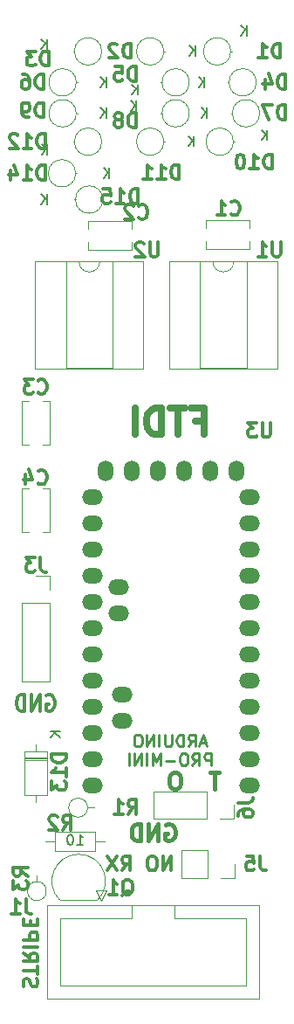
<source format=gbo>
%TF.GenerationSoftware,KiCad,Pcbnew,(6.0.1)*%
%TF.CreationDate,2022-11-12T11:03:44-05:00*%
%TF.ProjectId,ER-MIDI-CV4-02_DB,45522d4d-4944-4492-9d43-56342d30325f,1*%
%TF.SameCoordinates,Original*%
%TF.FileFunction,Legend,Bot*%
%TF.FilePolarity,Positive*%
%FSLAX46Y46*%
G04 Gerber Fmt 4.6, Leading zero omitted, Abs format (unit mm)*
G04 Created by KiCad (PCBNEW (6.0.1)) date 2022-11-12 11:03:44*
%MOMM*%
%LPD*%
G01*
G04 APERTURE LIST*
%ADD10C,0.396875*%
%ADD11C,0.285750*%
%ADD12C,0.635000*%
%ADD13C,0.349250*%
%ADD14C,0.150000*%
%ADD15C,0.120000*%
%ADD16O,2.000000X1.524000*%
%ADD17O,1.524000X2.000000*%
G04 APERTURE END LIST*
D10*
X121603444Y-110130654D02*
X120696302Y-110130654D01*
X121149873Y-111718154D02*
X121149873Y-110130654D01*
X117445706Y-110130654D02*
X117143325Y-110130654D01*
X116992135Y-110206250D01*
X116840944Y-110357440D01*
X116765349Y-110659821D01*
X116765349Y-111188988D01*
X116840944Y-111491369D01*
X116992135Y-111642559D01*
X117143325Y-111718154D01*
X117445706Y-111718154D01*
X117596897Y-111642559D01*
X117748087Y-111491369D01*
X117823683Y-111188988D01*
X117823683Y-110659821D01*
X117748087Y-110357440D01*
X117596897Y-110206250D01*
X117445706Y-110130654D01*
D11*
X120283428Y-107270385D02*
X119739142Y-107270385D01*
X120392285Y-107596956D02*
X120011285Y-106453956D01*
X119630285Y-107596956D01*
X118596142Y-107596956D02*
X118977142Y-107052670D01*
X119249285Y-107596956D02*
X119249285Y-106453956D01*
X118813857Y-106453956D01*
X118705000Y-106508385D01*
X118650571Y-106562813D01*
X118596142Y-106671670D01*
X118596142Y-106834956D01*
X118650571Y-106943813D01*
X118705000Y-106998242D01*
X118813857Y-107052670D01*
X119249285Y-107052670D01*
X118106285Y-107596956D02*
X118106285Y-106453956D01*
X117834142Y-106453956D01*
X117670857Y-106508385D01*
X117562000Y-106617242D01*
X117507571Y-106726099D01*
X117453142Y-106943813D01*
X117453142Y-107107099D01*
X117507571Y-107324813D01*
X117562000Y-107433670D01*
X117670857Y-107542527D01*
X117834142Y-107596956D01*
X118106285Y-107596956D01*
X116963285Y-106453956D02*
X116963285Y-107379242D01*
X116908857Y-107488099D01*
X116854428Y-107542527D01*
X116745571Y-107596956D01*
X116527857Y-107596956D01*
X116419000Y-107542527D01*
X116364571Y-107488099D01*
X116310142Y-107379242D01*
X116310142Y-106453956D01*
X115765857Y-107596956D02*
X115765857Y-106453956D01*
X115221571Y-107596956D02*
X115221571Y-106453956D01*
X114568428Y-107596956D01*
X114568428Y-106453956D01*
X113806428Y-106453956D02*
X113588714Y-106453956D01*
X113479857Y-106508385D01*
X113371000Y-106617242D01*
X113316571Y-106834956D01*
X113316571Y-107215956D01*
X113371000Y-107433670D01*
X113479857Y-107542527D01*
X113588714Y-107596956D01*
X113806428Y-107596956D01*
X113915285Y-107542527D01*
X114024142Y-107433670D01*
X114078571Y-107215956D01*
X114078571Y-106834956D01*
X114024142Y-106617242D01*
X113915285Y-106508385D01*
X113806428Y-106453956D01*
X120773285Y-109437186D02*
X120773285Y-108294186D01*
X120337857Y-108294186D01*
X120229000Y-108348615D01*
X120174571Y-108403043D01*
X120120142Y-108511900D01*
X120120142Y-108675186D01*
X120174571Y-108784043D01*
X120229000Y-108838472D01*
X120337857Y-108892900D01*
X120773285Y-108892900D01*
X118977142Y-109437186D02*
X119358142Y-108892900D01*
X119630285Y-109437186D02*
X119630285Y-108294186D01*
X119194857Y-108294186D01*
X119086000Y-108348615D01*
X119031571Y-108403043D01*
X118977142Y-108511900D01*
X118977142Y-108675186D01*
X119031571Y-108784043D01*
X119086000Y-108838472D01*
X119194857Y-108892900D01*
X119630285Y-108892900D01*
X118269571Y-108294186D02*
X118051857Y-108294186D01*
X117943000Y-108348615D01*
X117834142Y-108457472D01*
X117779714Y-108675186D01*
X117779714Y-109056186D01*
X117834142Y-109273900D01*
X117943000Y-109382757D01*
X118051857Y-109437186D01*
X118269571Y-109437186D01*
X118378428Y-109382757D01*
X118487285Y-109273900D01*
X118541714Y-109056186D01*
X118541714Y-108675186D01*
X118487285Y-108457472D01*
X118378428Y-108348615D01*
X118269571Y-108294186D01*
X117289857Y-109001757D02*
X116419000Y-109001757D01*
X115874714Y-109437186D02*
X115874714Y-108294186D01*
X115493714Y-109110615D01*
X115112714Y-108294186D01*
X115112714Y-109437186D01*
X114568428Y-109437186D02*
X114568428Y-108294186D01*
X114024142Y-109437186D02*
X114024142Y-108294186D01*
X113371000Y-109437186D01*
X113371000Y-108294186D01*
X112826714Y-109437186D02*
X112826714Y-108294186D01*
D12*
X119254523Y-76049571D02*
X120101190Y-76049571D01*
X120101190Y-77380047D02*
X120101190Y-74840047D01*
X118891666Y-74840047D01*
X118286904Y-74840047D02*
X116835476Y-74840047D01*
X117561190Y-77380047D02*
X117561190Y-74840047D01*
X115988809Y-77380047D02*
X115988809Y-74840047D01*
X115384047Y-74840047D01*
X115021190Y-74961000D01*
X114779285Y-75202904D01*
X114658333Y-75444809D01*
X114537380Y-75928619D01*
X114537380Y-76291476D01*
X114658333Y-76775285D01*
X114779285Y-77017190D01*
X115021190Y-77259095D01*
X115384047Y-77380047D01*
X115988809Y-77380047D01*
X113448809Y-77380047D02*
X113448809Y-74840047D01*
D13*
X104839380Y-102693600D02*
X104972428Y-102618609D01*
X105172000Y-102618609D01*
X105371571Y-102693600D01*
X105504619Y-102843580D01*
X105571142Y-102993561D01*
X105637666Y-103293523D01*
X105637666Y-103518495D01*
X105571142Y-103818457D01*
X105504619Y-103968438D01*
X105371571Y-104118419D01*
X105172000Y-104193409D01*
X105038952Y-104193409D01*
X104839380Y-104118419D01*
X104772857Y-104043428D01*
X104772857Y-103518495D01*
X105038952Y-103518495D01*
X104174142Y-104193409D02*
X104174142Y-102618609D01*
X103375857Y-104193409D01*
X103375857Y-102618609D01*
X102710619Y-104193409D02*
X102710619Y-102618609D01*
X102378000Y-102618609D01*
X102178428Y-102693600D01*
X102045380Y-102843580D01*
X101978857Y-102993561D01*
X101912333Y-103293523D01*
X101912333Y-103518495D01*
X101978857Y-103818457D01*
X102045380Y-103968438D01*
X102178428Y-104118419D01*
X102378000Y-104193409D01*
X102710619Y-104193409D01*
X116940368Y-119631976D02*
X116940368Y-118234976D01*
X116142082Y-119631976D01*
X116142082Y-118234976D01*
X115210749Y-118234976D02*
X114944654Y-118234976D01*
X114811606Y-118301500D01*
X114678558Y-118434547D01*
X114612035Y-118700642D01*
X114612035Y-119166309D01*
X114678558Y-119432404D01*
X114811606Y-119565452D01*
X114944654Y-119631976D01*
X115210749Y-119631976D01*
X115343797Y-119565452D01*
X115476844Y-119432404D01*
X115543368Y-119166309D01*
X115543368Y-118700642D01*
X115476844Y-118434547D01*
X115343797Y-118301500D01*
X115210749Y-118234976D01*
X112150654Y-119631976D02*
X112616320Y-118966738D01*
X112948939Y-119631976D02*
X112948939Y-118234976D01*
X112416749Y-118234976D01*
X112283701Y-118301500D01*
X112217177Y-118368023D01*
X112150654Y-118501071D01*
X112150654Y-118700642D01*
X112217177Y-118833690D01*
X112283701Y-118900214D01*
X112416749Y-118966738D01*
X112948939Y-118966738D01*
X111684987Y-118234976D02*
X110753654Y-119631976D01*
X110753654Y-118234976D02*
X111684987Y-119631976D01*
X102634544Y-130892927D02*
X102568020Y-130693356D01*
X102568020Y-130360737D01*
X102634544Y-130227689D01*
X102701068Y-130161165D01*
X102834116Y-130094641D01*
X102967163Y-130094641D01*
X103100211Y-130161165D01*
X103166735Y-130227689D01*
X103233258Y-130360737D01*
X103299782Y-130626832D01*
X103366306Y-130759879D01*
X103432830Y-130826403D01*
X103565877Y-130892927D01*
X103698925Y-130892927D01*
X103831973Y-130826403D01*
X103898497Y-130759879D01*
X103965020Y-130626832D01*
X103965020Y-130294213D01*
X103898497Y-130094641D01*
X103965020Y-129695499D02*
X103965020Y-128897213D01*
X102568020Y-129296356D02*
X103965020Y-129296356D01*
X102568020Y-127633260D02*
X103233258Y-128098927D01*
X102568020Y-128431546D02*
X103965020Y-128431546D01*
X103965020Y-127899356D01*
X103898497Y-127766308D01*
X103831973Y-127699784D01*
X103698925Y-127633260D01*
X103499354Y-127633260D01*
X103366306Y-127699784D01*
X103299782Y-127766308D01*
X103233258Y-127899356D01*
X103233258Y-128431546D01*
X102568020Y-127034546D02*
X103965020Y-127034546D01*
X102568020Y-126369308D02*
X103965020Y-126369308D01*
X103965020Y-125837118D01*
X103898497Y-125704070D01*
X103831973Y-125637546D01*
X103698925Y-125571022D01*
X103499354Y-125571022D01*
X103366306Y-125637546D01*
X103299782Y-125704070D01*
X103233258Y-125837118D01*
X103233258Y-126369308D01*
X103299782Y-124972308D02*
X103299782Y-124506641D01*
X102568020Y-124307070D02*
X102568020Y-124972308D01*
X103965020Y-124972308D01*
X103965020Y-124307070D01*
D10*
X116386540Y-115206250D02*
X116537730Y-115130654D01*
X116764516Y-115130654D01*
X116991302Y-115206250D01*
X117142492Y-115357440D01*
X117218087Y-115508630D01*
X117293683Y-115811011D01*
X117293683Y-116037797D01*
X117218087Y-116340178D01*
X117142492Y-116491369D01*
X116991302Y-116642559D01*
X116764516Y-116718154D01*
X116613325Y-116718154D01*
X116386540Y-116642559D01*
X116310944Y-116566964D01*
X116310944Y-116037797D01*
X116613325Y-116037797D01*
X115630587Y-116718154D02*
X115630587Y-115130654D01*
X114723444Y-116718154D01*
X114723444Y-115130654D01*
X113967492Y-116718154D02*
X113967492Y-115130654D01*
X113589516Y-115130654D01*
X113362730Y-115206250D01*
X113211540Y-115357440D01*
X113135944Y-115508630D01*
X113060349Y-115811011D01*
X113060349Y-116037797D01*
X113135944Y-116340178D01*
X113211540Y-116491369D01*
X113362730Y-116642559D01*
X113589516Y-116718154D01*
X113967492Y-116718154D01*
D13*
%TO.C,J6*%
X123440976Y-113072333D02*
X124438833Y-113072333D01*
X124638404Y-113005809D01*
X124771452Y-112872761D01*
X124837976Y-112673190D01*
X124837976Y-112540142D01*
X123440976Y-114336285D02*
X123440976Y-114070190D01*
X123507500Y-113937142D01*
X123574023Y-113870619D01*
X123773595Y-113737571D01*
X124039690Y-113671047D01*
X124571880Y-113671047D01*
X124704928Y-113737571D01*
X124771452Y-113804095D01*
X124837976Y-113937142D01*
X124837976Y-114203238D01*
X124771452Y-114336285D01*
X124704928Y-114402809D01*
X124571880Y-114469333D01*
X124239261Y-114469333D01*
X124106214Y-114402809D01*
X124039690Y-114336285D01*
X123973166Y-114203238D01*
X123973166Y-113937142D01*
X124039690Y-113804095D01*
X124106214Y-113737571D01*
X124239261Y-113671047D01*
%TO.C,D8*%
X113531119Y-47631984D02*
X113531119Y-46234984D01*
X113198500Y-46234984D01*
X112998928Y-46301508D01*
X112865880Y-46434555D01*
X112799357Y-46567603D01*
X112732833Y-46833698D01*
X112732833Y-47033269D01*
X112799357Y-47299365D01*
X112865880Y-47432412D01*
X112998928Y-47565460D01*
X113198500Y-47631984D01*
X113531119Y-47631984D01*
X111934547Y-46833698D02*
X112067595Y-46767174D01*
X112134119Y-46700650D01*
X112200642Y-46567603D01*
X112200642Y-46501079D01*
X112134119Y-46368031D01*
X112067595Y-46301508D01*
X111934547Y-46234984D01*
X111668452Y-46234984D01*
X111535404Y-46301508D01*
X111468880Y-46368031D01*
X111402357Y-46501079D01*
X111402357Y-46567603D01*
X111468880Y-46700650D01*
X111535404Y-46767174D01*
X111668452Y-46833698D01*
X111934547Y-46833698D01*
X112067595Y-46900222D01*
X112134119Y-46966746D01*
X112200642Y-47099793D01*
X112200642Y-47365888D01*
X112134119Y-47498936D01*
X112067595Y-47565460D01*
X111934547Y-47631984D01*
X111668452Y-47631984D01*
X111535404Y-47565460D01*
X111468880Y-47498936D01*
X111402357Y-47365888D01*
X111402357Y-47099793D01*
X111468880Y-46966746D01*
X111535404Y-46900222D01*
X111668452Y-46833698D01*
D14*
X113545904Y-46045380D02*
X113545904Y-45045380D01*
X112974476Y-46045380D02*
X113403047Y-45473952D01*
X112974476Y-45045380D02*
X113545904Y-45616809D01*
D13*
%TO.C,R1*%
X112754833Y-114169976D02*
X113220500Y-113504738D01*
X113553119Y-114169976D02*
X113553119Y-112772976D01*
X113020928Y-112772976D01*
X112887880Y-112839500D01*
X112821357Y-112906023D01*
X112754833Y-113039071D01*
X112754833Y-113238642D01*
X112821357Y-113371690D01*
X112887880Y-113438214D01*
X113020928Y-113504738D01*
X113553119Y-113504738D01*
X111424357Y-114169976D02*
X112222642Y-114169976D01*
X111823500Y-114169976D02*
X111823500Y-112772976D01*
X111956547Y-112972547D01*
X112089595Y-113105595D01*
X112222642Y-113172119D01*
%TO.C,J5*%
X125565666Y-118234976D02*
X125565666Y-119232833D01*
X125632190Y-119432404D01*
X125765238Y-119565452D01*
X125964809Y-119631976D01*
X126097857Y-119631976D01*
X124235190Y-118234976D02*
X124900428Y-118234976D01*
X124966952Y-118900214D01*
X124900428Y-118833690D01*
X124767380Y-118767166D01*
X124434761Y-118767166D01*
X124301714Y-118833690D01*
X124235190Y-118900214D01*
X124168666Y-119033261D01*
X124168666Y-119365880D01*
X124235190Y-119498928D01*
X124301714Y-119565452D01*
X124434761Y-119631976D01*
X124767380Y-119631976D01*
X124900428Y-119565452D01*
X124966952Y-119498928D01*
%TO.C,D3*%
X105031119Y-41631970D02*
X105031119Y-40234970D01*
X104698500Y-40234970D01*
X104498928Y-40301494D01*
X104365880Y-40434541D01*
X104299357Y-40567589D01*
X104232833Y-40833684D01*
X104232833Y-41033255D01*
X104299357Y-41299351D01*
X104365880Y-41432398D01*
X104498928Y-41565446D01*
X104698500Y-41631970D01*
X105031119Y-41631970D01*
X103767166Y-40234970D02*
X102902357Y-40234970D01*
X103368023Y-40767160D01*
X103168452Y-40767160D01*
X103035404Y-40833684D01*
X102968880Y-40900208D01*
X102902357Y-41033255D01*
X102902357Y-41365874D01*
X102968880Y-41498922D01*
X103035404Y-41565446D01*
X103168452Y-41631970D01*
X103567595Y-41631970D01*
X103700642Y-41565446D01*
X103767166Y-41498922D01*
D14*
X104861904Y-40052380D02*
X104861904Y-39052380D01*
X104290476Y-40052380D02*
X104719047Y-39480952D01*
X104290476Y-39052380D02*
X104861904Y-39623809D01*
D13*
%TO.C,C1*%
X122732833Y-55998928D02*
X122799357Y-56065452D01*
X122998928Y-56131976D01*
X123131976Y-56131976D01*
X123331547Y-56065452D01*
X123464595Y-55932404D01*
X123531119Y-55799357D01*
X123597642Y-55533261D01*
X123597642Y-55333690D01*
X123531119Y-55067595D01*
X123464595Y-54934547D01*
X123331547Y-54801500D01*
X123131976Y-54734976D01*
X122998928Y-54734976D01*
X122799357Y-54801500D01*
X122732833Y-54868023D01*
X121402357Y-56131976D02*
X122200642Y-56131976D01*
X121801500Y-56131976D02*
X121801500Y-54734976D01*
X121934547Y-54934547D01*
X122067595Y-55067595D01*
X122200642Y-55134119D01*
%TO.C,R3*%
X102993976Y-120153166D02*
X102328738Y-119687500D01*
X102993976Y-119354880D02*
X101596976Y-119354880D01*
X101596976Y-119887071D01*
X101663500Y-120020119D01*
X101730023Y-120086642D01*
X101863071Y-120153166D01*
X102062642Y-120153166D01*
X102195690Y-120086642D01*
X102262214Y-120020119D01*
X102328738Y-119887071D01*
X102328738Y-119354880D01*
X101596976Y-120618833D02*
X101596976Y-121483642D01*
X102129166Y-121017976D01*
X102129166Y-121217547D01*
X102195690Y-121350595D01*
X102262214Y-121417119D01*
X102395261Y-121483642D01*
X102727880Y-121483642D01*
X102860928Y-121417119D01*
X102927452Y-121350595D01*
X102993976Y-121217547D01*
X102993976Y-120818404D01*
X102927452Y-120685357D01*
X102860928Y-120618833D01*
%TO.C,D12*%
X104696357Y-49631976D02*
X104696357Y-48234976D01*
X104363738Y-48234976D01*
X104164166Y-48301500D01*
X104031119Y-48434547D01*
X103964595Y-48567595D01*
X103898071Y-48833690D01*
X103898071Y-49033261D01*
X103964595Y-49299357D01*
X104031119Y-49432404D01*
X104164166Y-49565452D01*
X104363738Y-49631976D01*
X104696357Y-49631976D01*
X102567595Y-49631976D02*
X103365880Y-49631976D01*
X102966738Y-49631976D02*
X102966738Y-48234976D01*
X103099785Y-48434547D01*
X103232833Y-48567595D01*
X103365880Y-48634119D01*
X102035404Y-48368023D02*
X101968880Y-48301500D01*
X101835833Y-48234976D01*
X101503214Y-48234976D01*
X101370166Y-48301500D01*
X101303642Y-48368023D01*
X101237119Y-48501071D01*
X101237119Y-48634119D01*
X101303642Y-48833690D01*
X102101928Y-49631976D01*
X101237119Y-49631976D01*
D14*
X104909904Y-50236380D02*
X104909904Y-49236380D01*
X104338476Y-50236380D02*
X104767047Y-49664952D01*
X104338476Y-49236380D02*
X104909904Y-49807809D01*
D13*
%TO.C,U1*%
X127564380Y-58734976D02*
X127564380Y-59865880D01*
X127497857Y-59998928D01*
X127431333Y-60065452D01*
X127298285Y-60131976D01*
X127032190Y-60131976D01*
X126899142Y-60065452D01*
X126832619Y-59998928D01*
X126766095Y-59865880D01*
X126766095Y-58734976D01*
X125369095Y-60131976D02*
X126167380Y-60131976D01*
X125768238Y-60131976D02*
X125768238Y-58734976D01*
X125901285Y-58934547D01*
X126034333Y-59067595D01*
X126167380Y-59134119D01*
%TO.C,C4*%
X104007835Y-82074940D02*
X104074359Y-82141464D01*
X104273930Y-82207988D01*
X104406978Y-82207988D01*
X104606549Y-82141464D01*
X104739597Y-82008416D01*
X104806121Y-81875369D01*
X104872644Y-81609273D01*
X104872644Y-81409702D01*
X104806121Y-81143607D01*
X104739597Y-81010559D01*
X104606549Y-80877512D01*
X104406978Y-80810988D01*
X104273930Y-80810988D01*
X104074359Y-80877512D01*
X104007835Y-80944035D01*
X102810406Y-81276654D02*
X102810406Y-82207988D01*
X103143025Y-80744464D02*
X103475644Y-81742321D01*
X102610835Y-81742321D01*
%TO.C,U2*%
X115664379Y-58734976D02*
X115664379Y-59865880D01*
X115597856Y-59998928D01*
X115531332Y-60065452D01*
X115398284Y-60131976D01*
X115132189Y-60131976D01*
X114999141Y-60065452D01*
X114932618Y-59998928D01*
X114866094Y-59865880D01*
X114866094Y-58734976D01*
X114267379Y-58868023D02*
X114200856Y-58801500D01*
X114067808Y-58734976D01*
X113735189Y-58734976D01*
X113602141Y-58801500D01*
X113535618Y-58868023D01*
X113469094Y-59001071D01*
X113469094Y-59134119D01*
X113535618Y-59333690D01*
X114333903Y-60131976D01*
X113469094Y-60131976D01*
%TO.C,D5*%
X113531119Y-43131976D02*
X113531119Y-41734976D01*
X113198500Y-41734976D01*
X112998928Y-41801500D01*
X112865880Y-41934547D01*
X112799357Y-42067595D01*
X112732833Y-42333690D01*
X112732833Y-42533261D01*
X112799357Y-42799357D01*
X112865880Y-42932404D01*
X112998928Y-43065452D01*
X113198500Y-43131976D01*
X113531119Y-43131976D01*
X111468880Y-41734976D02*
X112134119Y-41734976D01*
X112200642Y-42400214D01*
X112134119Y-42333690D01*
X112001071Y-42267166D01*
X111668452Y-42267166D01*
X111535404Y-42333690D01*
X111468880Y-42400214D01*
X111402357Y-42533261D01*
X111402357Y-42865880D01*
X111468880Y-42998928D01*
X111535404Y-43065452D01*
X111668452Y-43131976D01*
X112001071Y-43131976D01*
X112134119Y-43065452D01*
X112200642Y-42998928D01*
D14*
X113672904Y-44452380D02*
X113672904Y-43452380D01*
X113101476Y-44452380D02*
X113530047Y-43880952D01*
X113101476Y-43452380D02*
X113672904Y-44023809D01*
D13*
%TO.C,D15*%
X113710357Y-54987976D02*
X113710357Y-53590976D01*
X113377738Y-53590976D01*
X113178166Y-53657500D01*
X113045119Y-53790547D01*
X112978595Y-53923595D01*
X112912071Y-54189690D01*
X112912071Y-54389261D01*
X112978595Y-54655357D01*
X113045119Y-54788404D01*
X113178166Y-54921452D01*
X113377738Y-54987976D01*
X113710357Y-54987976D01*
X111581595Y-54987976D02*
X112379880Y-54987976D01*
X111980738Y-54987976D02*
X111980738Y-53590976D01*
X112113785Y-53790547D01*
X112246833Y-53923595D01*
X112379880Y-53990119D01*
X110317642Y-53590976D02*
X110982880Y-53590976D01*
X111049404Y-54256214D01*
X110982880Y-54189690D01*
X110849833Y-54123166D01*
X110517214Y-54123166D01*
X110384166Y-54189690D01*
X110317642Y-54256214D01*
X110251119Y-54389261D01*
X110251119Y-54721880D01*
X110317642Y-54854928D01*
X110384166Y-54921452D01*
X110517214Y-54987976D01*
X110849833Y-54987976D01*
X110982880Y-54921452D01*
X111049404Y-54854928D01*
D14*
X104887904Y-55062380D02*
X104887904Y-54062380D01*
X104316476Y-55062380D02*
X104745047Y-54490952D01*
X104316476Y-54062380D02*
X104887904Y-54633809D01*
D13*
%TO.C,D14*%
X104696357Y-52701976D02*
X104696357Y-51304976D01*
X104363738Y-51304976D01*
X104164166Y-51371500D01*
X104031119Y-51504547D01*
X103964595Y-51637595D01*
X103898071Y-51903690D01*
X103898071Y-52103261D01*
X103964595Y-52369357D01*
X104031119Y-52502404D01*
X104164166Y-52635452D01*
X104363738Y-52701976D01*
X104696357Y-52701976D01*
X102567595Y-52701976D02*
X103365880Y-52701976D01*
X102966738Y-52701976D02*
X102966738Y-51304976D01*
X103099785Y-51504547D01*
X103232833Y-51637595D01*
X103365880Y-51704119D01*
X101370166Y-51770642D02*
X101370166Y-52701976D01*
X101702785Y-51238452D02*
X102035404Y-52236309D01*
X101170595Y-52236309D01*
D14*
X110929590Y-52522380D02*
X110929590Y-51522380D01*
X110358162Y-52522380D02*
X110786733Y-51950952D01*
X110358162Y-51522380D02*
X110929590Y-52093809D01*
D13*
%TO.C,D7*%
X128031119Y-46831985D02*
X128031119Y-45434985D01*
X127698500Y-45434985D01*
X127498928Y-45501509D01*
X127365880Y-45634556D01*
X127299357Y-45767604D01*
X127232833Y-46033699D01*
X127232833Y-46233270D01*
X127299357Y-46499366D01*
X127365880Y-46632413D01*
X127498928Y-46765461D01*
X127698500Y-46831985D01*
X128031119Y-46831985D01*
X126767166Y-45434985D02*
X125835833Y-45434985D01*
X126434547Y-46831985D01*
D14*
X120403904Y-46680380D02*
X120403904Y-45680380D01*
X119832476Y-46680380D02*
X120261047Y-46108952D01*
X119832476Y-45680380D02*
X120403904Y-46251809D01*
D13*
%TO.C,D1*%
X127531119Y-40881984D02*
X127531119Y-39484984D01*
X127198500Y-39484984D01*
X126998928Y-39551508D01*
X126865880Y-39684555D01*
X126799357Y-39817603D01*
X126732833Y-40083698D01*
X126732833Y-40283269D01*
X126799357Y-40549365D01*
X126865880Y-40682412D01*
X126998928Y-40815460D01*
X127198500Y-40881984D01*
X127531119Y-40881984D01*
X125402357Y-40881984D02*
X126200642Y-40881984D01*
X125801500Y-40881984D02*
X125801500Y-39484984D01*
X125934547Y-39684555D01*
X126067595Y-39817603D01*
X126200642Y-39884127D01*
D14*
X124261904Y-38702380D02*
X124261904Y-37702380D01*
X123690476Y-38702380D02*
X124119047Y-38130952D01*
X123690476Y-37702380D02*
X124261904Y-38273809D01*
D13*
%TO.C,J1*%
X102827666Y-122424976D02*
X102827666Y-123422833D01*
X102894190Y-123622404D01*
X103027238Y-123755452D01*
X103226809Y-123821976D01*
X103359857Y-123821976D01*
X101430666Y-123821976D02*
X102228952Y-123821976D01*
X101829809Y-123821976D02*
X101829809Y-122424976D01*
X101962857Y-122624547D01*
X102095904Y-122757595D01*
X102228952Y-122824119D01*
%TO.C,D11*%
X117696357Y-52631976D02*
X117696357Y-51234976D01*
X117363738Y-51234976D01*
X117164166Y-51301500D01*
X117031119Y-51434547D01*
X116964595Y-51567595D01*
X116898071Y-51833690D01*
X116898071Y-52033261D01*
X116964595Y-52299357D01*
X117031119Y-52432404D01*
X117164166Y-52565452D01*
X117363738Y-52631976D01*
X117696357Y-52631976D01*
X115567595Y-52631976D02*
X116365880Y-52631976D01*
X115966738Y-52631976D02*
X115966738Y-51234976D01*
X116099785Y-51434547D01*
X116232833Y-51567595D01*
X116365880Y-51634119D01*
X114237119Y-52631976D02*
X115035404Y-52631976D01*
X114636261Y-52631976D02*
X114636261Y-51234976D01*
X114769309Y-51434547D01*
X114902357Y-51567595D01*
X115035404Y-51634119D01*
D14*
X119133904Y-49452380D02*
X119133904Y-48452380D01*
X118562476Y-49452380D02*
X118991047Y-48880952D01*
X118562476Y-48452380D02*
X119133904Y-49023809D01*
D13*
%TO.C,D2*%
X113031119Y-40881984D02*
X113031119Y-39484984D01*
X112698500Y-39484984D01*
X112498928Y-39551508D01*
X112365880Y-39684555D01*
X112299357Y-39817603D01*
X112232833Y-40083698D01*
X112232833Y-40283269D01*
X112299357Y-40549365D01*
X112365880Y-40682412D01*
X112498928Y-40815460D01*
X112698500Y-40881984D01*
X113031119Y-40881984D01*
X111700642Y-39618031D02*
X111634119Y-39551508D01*
X111501071Y-39484984D01*
X111168452Y-39484984D01*
X111035404Y-39551508D01*
X110968880Y-39618031D01*
X110902357Y-39751079D01*
X110902357Y-39884127D01*
X110968880Y-40083698D01*
X111767166Y-40881984D01*
X110902357Y-40881984D01*
D14*
X119261904Y-40702380D02*
X119261904Y-39702380D01*
X118690476Y-40702380D02*
X119119047Y-40130952D01*
X118690476Y-39702380D02*
X119261904Y-40273809D01*
D13*
%TO.C,U3*%
X126564380Y-76234976D02*
X126564380Y-77365880D01*
X126497857Y-77498928D01*
X126431333Y-77565452D01*
X126298285Y-77631976D01*
X126032190Y-77631976D01*
X125899142Y-77565452D01*
X125832619Y-77498928D01*
X125766095Y-77365880D01*
X125766095Y-76234976D01*
X125233904Y-76234976D02*
X124369095Y-76234976D01*
X124834761Y-76767166D01*
X124635190Y-76767166D01*
X124502142Y-76833690D01*
X124435619Y-76900214D01*
X124369095Y-77033261D01*
X124369095Y-77365880D01*
X124435619Y-77498928D01*
X124502142Y-77565452D01*
X124635190Y-77631976D01*
X125034333Y-77631976D01*
X125167380Y-77565452D01*
X125233904Y-77498928D01*
%TO.C,C3*%
X104007835Y-73300916D02*
X104074359Y-73367440D01*
X104273930Y-73433964D01*
X104406978Y-73433964D01*
X104606549Y-73367440D01*
X104739597Y-73234392D01*
X104806121Y-73101345D01*
X104872644Y-72835249D01*
X104872644Y-72635678D01*
X104806121Y-72369583D01*
X104739597Y-72236535D01*
X104606549Y-72103488D01*
X104406978Y-72036964D01*
X104273930Y-72036964D01*
X104074359Y-72103488D01*
X104007835Y-72170011D01*
X103542168Y-72036964D02*
X102677359Y-72036964D01*
X103143025Y-72569154D01*
X102943454Y-72569154D01*
X102810406Y-72635678D01*
X102743882Y-72702202D01*
X102677359Y-72835249D01*
X102677359Y-73167868D01*
X102743882Y-73300916D01*
X102810406Y-73367440D01*
X102943454Y-73433964D01*
X103342597Y-73433964D01*
X103475644Y-73367440D01*
X103542168Y-73300916D01*
%TO.C,D6*%
X104531119Y-43881978D02*
X104531119Y-42484978D01*
X104198500Y-42484978D01*
X103998928Y-42551502D01*
X103865880Y-42684549D01*
X103799357Y-42817597D01*
X103732833Y-43083692D01*
X103732833Y-43283263D01*
X103799357Y-43549359D01*
X103865880Y-43682406D01*
X103998928Y-43815454D01*
X104198500Y-43881978D01*
X104531119Y-43881978D01*
X102535404Y-42484978D02*
X102801500Y-42484978D01*
X102934547Y-42551502D01*
X103001071Y-42618025D01*
X103134119Y-42817597D01*
X103200642Y-43083692D01*
X103200642Y-43615882D01*
X103134119Y-43748930D01*
X103067595Y-43815454D01*
X102934547Y-43881978D01*
X102668452Y-43881978D01*
X102535404Y-43815454D01*
X102468880Y-43748930D01*
X102402357Y-43615882D01*
X102402357Y-43283263D01*
X102468880Y-43150216D01*
X102535404Y-43083692D01*
X102668452Y-43017168D01*
X102934547Y-43017168D01*
X103067595Y-43083692D01*
X103134119Y-43150216D01*
X103200642Y-43283263D01*
D14*
X110624904Y-43702380D02*
X110624904Y-42702380D01*
X110053476Y-43702380D02*
X110482047Y-43130952D01*
X110053476Y-42702380D02*
X110624904Y-43273809D01*
D13*
%TO.C,C2*%
X113770833Y-56378928D02*
X113837357Y-56445452D01*
X114036928Y-56511976D01*
X114169976Y-56511976D01*
X114369547Y-56445452D01*
X114502595Y-56312404D01*
X114569119Y-56179357D01*
X114635642Y-55913261D01*
X114635642Y-55713690D01*
X114569119Y-55447595D01*
X114502595Y-55314547D01*
X114369547Y-55181500D01*
X114169976Y-55114976D01*
X114036928Y-55114976D01*
X113837357Y-55181500D01*
X113770833Y-55248023D01*
X113238642Y-55248023D02*
X113172119Y-55181500D01*
X113039071Y-55114976D01*
X112706452Y-55114976D01*
X112573404Y-55181500D01*
X112506880Y-55248023D01*
X112440357Y-55381071D01*
X112440357Y-55514119D01*
X112506880Y-55713690D01*
X113305166Y-56511976D01*
X112440357Y-56511976D01*
%TO.C,J3*%
X104240668Y-89305967D02*
X104240668Y-90303824D01*
X104307192Y-90503395D01*
X104440240Y-90636443D01*
X104639811Y-90702967D01*
X104772859Y-90702967D01*
X103708478Y-89305967D02*
X102843668Y-89305967D01*
X103309335Y-89838157D01*
X103109763Y-89838157D01*
X102976716Y-89904681D01*
X102910192Y-89971205D01*
X102843668Y-90104252D01*
X102843668Y-90436871D01*
X102910192Y-90569919D01*
X102976716Y-90636443D01*
X103109763Y-90702967D01*
X103508906Y-90702967D01*
X103641954Y-90636443D01*
X103708478Y-90569919D01*
%TO.C,Q1*%
X112147047Y-122071023D02*
X112280095Y-122004500D01*
X112413142Y-121871452D01*
X112612714Y-121671880D01*
X112745761Y-121605357D01*
X112878809Y-121605357D01*
X112812285Y-121937976D02*
X112945333Y-121871452D01*
X113078380Y-121738404D01*
X113144904Y-121472309D01*
X113144904Y-121006642D01*
X113078380Y-120740547D01*
X112945333Y-120607500D01*
X112812285Y-120540976D01*
X112546190Y-120540976D01*
X112413142Y-120607500D01*
X112280095Y-120740547D01*
X112213571Y-121006642D01*
X112213571Y-121472309D01*
X112280095Y-121738404D01*
X112413142Y-121871452D01*
X112546190Y-121937976D01*
X112812285Y-121937976D01*
X110883095Y-121937976D02*
X111681380Y-121937976D01*
X111282238Y-121937976D02*
X111282238Y-120540976D01*
X111415285Y-120740547D01*
X111548333Y-120873595D01*
X111681380Y-120940119D01*
%TO.C,R2*%
X106404833Y-115693976D02*
X106870500Y-115028738D01*
X107203119Y-115693976D02*
X107203119Y-114296976D01*
X106670928Y-114296976D01*
X106537880Y-114363500D01*
X106471357Y-114430023D01*
X106404833Y-114563071D01*
X106404833Y-114762642D01*
X106471357Y-114895690D01*
X106537880Y-114962214D01*
X106670928Y-115028738D01*
X107203119Y-115028738D01*
X105872642Y-114430023D02*
X105806119Y-114363500D01*
X105673071Y-114296976D01*
X105340452Y-114296976D01*
X105207404Y-114363500D01*
X105140880Y-114430023D01*
X105074357Y-114563071D01*
X105074357Y-114696119D01*
X105140880Y-114895690D01*
X105939166Y-115693976D01*
X105074357Y-115693976D01*
D14*
X107790476Y-117125380D02*
X108361904Y-117125380D01*
X108076190Y-117125380D02*
X108076190Y-116125380D01*
X108171428Y-116268238D01*
X108266666Y-116363476D01*
X108361904Y-116411095D01*
X107171428Y-116125380D02*
X107076190Y-116125380D01*
X106980952Y-116173000D01*
X106933333Y-116220619D01*
X106885714Y-116315857D01*
X106838095Y-116506333D01*
X106838095Y-116744428D01*
X106885714Y-116934904D01*
X106933333Y-117030142D01*
X106980952Y-117077761D01*
X107076190Y-117125380D01*
X107171428Y-117125380D01*
X107266666Y-117077761D01*
X107314285Y-117030142D01*
X107361904Y-116934904D01*
X107409523Y-116744428D01*
X107409523Y-116506333D01*
X107361904Y-116315857D01*
X107314285Y-116220619D01*
X107266666Y-116173000D01*
X107171428Y-116125380D01*
D13*
%TO.C,D9*%
X104531119Y-46631976D02*
X104531119Y-45234976D01*
X104198500Y-45234976D01*
X103998928Y-45301500D01*
X103865880Y-45434547D01*
X103799357Y-45567595D01*
X103732833Y-45833690D01*
X103732833Y-46033261D01*
X103799357Y-46299357D01*
X103865880Y-46432404D01*
X103998928Y-46565452D01*
X104198500Y-46631976D01*
X104531119Y-46631976D01*
X103067595Y-46631976D02*
X102801500Y-46631976D01*
X102668452Y-46565452D01*
X102601928Y-46498928D01*
X102468880Y-46299357D01*
X102402357Y-46033261D01*
X102402357Y-45501071D01*
X102468880Y-45368023D01*
X102535404Y-45301500D01*
X102668452Y-45234976D01*
X102934547Y-45234976D01*
X103067595Y-45301500D01*
X103134119Y-45368023D01*
X103200642Y-45501071D01*
X103200642Y-45833690D01*
X103134119Y-45966738D01*
X103067595Y-46033261D01*
X102934547Y-46099785D01*
X102668452Y-46099785D01*
X102535404Y-46033261D01*
X102468880Y-45966738D01*
X102402357Y-45833690D01*
D14*
X110624904Y-46680380D02*
X110624904Y-45680380D01*
X110053476Y-46680380D02*
X110482047Y-46108952D01*
X110053476Y-45680380D02*
X110624904Y-46251809D01*
D13*
%TO.C,D13*%
X106717976Y-108376642D02*
X105320976Y-108376642D01*
X105320976Y-108709261D01*
X105387500Y-108908833D01*
X105520547Y-109041880D01*
X105653595Y-109108404D01*
X105919690Y-109174928D01*
X106119261Y-109174928D01*
X106385357Y-109108404D01*
X106518404Y-109041880D01*
X106651452Y-108908833D01*
X106717976Y-108709261D01*
X106717976Y-108376642D01*
X106717976Y-110505404D02*
X106717976Y-109707119D01*
X106717976Y-110106261D02*
X105320976Y-110106261D01*
X105520547Y-109973214D01*
X105653595Y-109840166D01*
X105720119Y-109707119D01*
X105320976Y-110971071D02*
X105320976Y-111835880D01*
X105853166Y-111370214D01*
X105853166Y-111569785D01*
X105919690Y-111702833D01*
X105986214Y-111769357D01*
X106119261Y-111835880D01*
X106451880Y-111835880D01*
X106584928Y-111769357D01*
X106651452Y-111702833D01*
X106717976Y-111569785D01*
X106717976Y-111170642D01*
X106651452Y-111037595D01*
X106584928Y-110971071D01*
D14*
X106194380Y-106128095D02*
X105194380Y-106128095D01*
X106194380Y-106699523D02*
X105622952Y-106270952D01*
X105194380Y-106699523D02*
X105765809Y-106128095D01*
D13*
%TO.C,D4*%
X128031119Y-43881978D02*
X128031119Y-42484978D01*
X127698500Y-42484978D01*
X127498928Y-42551502D01*
X127365880Y-42684549D01*
X127299357Y-42817597D01*
X127232833Y-43083692D01*
X127232833Y-43283263D01*
X127299357Y-43549359D01*
X127365880Y-43682406D01*
X127498928Y-43815454D01*
X127698500Y-43881978D01*
X128031119Y-43881978D01*
X126035404Y-42950644D02*
X126035404Y-43881978D01*
X126368023Y-42418454D02*
X126700642Y-43416311D01*
X125835833Y-43416311D01*
D14*
X120149904Y-43702380D02*
X120149904Y-42702380D01*
X119578476Y-43702380D02*
X120007047Y-43130952D01*
X119578476Y-42702380D02*
X120149904Y-43273809D01*
D13*
%TO.C,D10*%
X126696357Y-51631976D02*
X126696357Y-50234976D01*
X126363738Y-50234976D01*
X126164166Y-50301500D01*
X126031119Y-50434547D01*
X125964595Y-50567595D01*
X125898071Y-50833690D01*
X125898071Y-51033261D01*
X125964595Y-51299357D01*
X126031119Y-51432404D01*
X126164166Y-51565452D01*
X126363738Y-51631976D01*
X126696357Y-51631976D01*
X124567595Y-51631976D02*
X125365880Y-51631976D01*
X124966738Y-51631976D02*
X124966738Y-50234976D01*
X125099785Y-50434547D01*
X125232833Y-50567595D01*
X125365880Y-50634119D01*
X123702785Y-50234976D02*
X123569738Y-50234976D01*
X123436690Y-50301500D01*
X123370166Y-50368023D01*
X123303642Y-50501071D01*
X123237119Y-50767166D01*
X123237119Y-51099785D01*
X123303642Y-51365880D01*
X123370166Y-51498928D01*
X123436690Y-51565452D01*
X123569738Y-51631976D01*
X123702785Y-51631976D01*
X123835833Y-51565452D01*
X123902357Y-51498928D01*
X123968880Y-51365880D01*
X124035404Y-51099785D01*
X124035404Y-50767166D01*
X123968880Y-50501071D01*
X123902357Y-50368023D01*
X123835833Y-50301500D01*
X123702785Y-50234976D01*
D14*
X126261904Y-48852380D02*
X126261904Y-47852380D01*
X125690476Y-48852380D02*
X126119047Y-48280952D01*
X125690476Y-47852380D02*
X126261904Y-48423809D01*
D15*
%TO.C,J6*%
X115256000Y-114614000D02*
X115256000Y-111954000D01*
X120396000Y-114614000D02*
X120396000Y-111954000D01*
X120396000Y-111954000D02*
X115256000Y-111954000D01*
X120396000Y-114614000D02*
X115256000Y-114614000D01*
X121666000Y-114614000D02*
X122996000Y-114614000D01*
X122996000Y-114614000D02*
X122996000Y-113284000D01*
%TO.C,D8*%
X118690686Y-46250000D02*
G75*
G03*
X118690686Y-46250000I-1326371J0D01*
G01*
X116037944Y-46250000D02*
X115924315Y-46250000D01*
%TO.C,R1*%
X108820000Y-113538000D02*
G75*
G03*
X108820000Y-113538000I-920000J0D01*
G01*
X108820000Y-113538000D02*
X109440000Y-113538000D01*
%TO.C,J5*%
X123105000Y-120330000D02*
X123105000Y-119000000D01*
X121775000Y-120330000D02*
X123105000Y-120330000D01*
X120505000Y-117670000D02*
X117905000Y-117670000D01*
X120505000Y-120330000D02*
X120505000Y-117670000D01*
X117905000Y-120330000D02*
X117905000Y-117670000D01*
X120505000Y-120330000D02*
X117905000Y-120330000D01*
%TO.C,D3*%
X110190686Y-40250000D02*
G75*
G03*
X110190686Y-40250000I-1326371J0D01*
G01*
X107537944Y-40250000D02*
X107424315Y-40250000D01*
%TO.C,C1*%
X120280000Y-58665000D02*
X120280000Y-59370000D01*
X120280000Y-56630000D02*
X120280000Y-57335000D01*
X124520000Y-59370000D02*
X120280000Y-59370000D01*
X124520000Y-56630000D02*
X120280000Y-56630000D01*
X124520000Y-58665000D02*
X124520000Y-59370000D01*
X124520000Y-56630000D02*
X124520000Y-57335000D01*
%TO.C,R3*%
X104806000Y-121616000D02*
G75*
G03*
X104806000Y-121616000I-920000J0D01*
G01*
X103886000Y-120696000D02*
X103886000Y-120076000D01*
%TO.C,D12*%
X110190686Y-49000000D02*
G75*
G03*
X110190686Y-49000000I-1326371J0D01*
G01*
X107537944Y-49000000D02*
X107424315Y-49000000D01*
%TO.C,U1*%
X120990000Y-60620000D02*
G75*
G03*
X122990000Y-60620000I1000000J0D01*
G01*
X122990000Y-60620000D02*
X124240000Y-60620000D01*
X116740000Y-70960000D02*
X116740000Y-60560000D01*
X116740000Y-60560000D02*
X127240000Y-60560000D01*
X127240000Y-70960000D02*
X116740000Y-70960000D01*
X124240000Y-70900000D02*
X119740000Y-70900000D01*
X119740000Y-70900000D02*
X119740000Y-60620000D01*
X119740000Y-60620000D02*
X120990000Y-60620000D01*
X124240000Y-60620000D02*
X124240000Y-70900000D01*
X127240000Y-60560000D02*
X127240000Y-70960000D01*
%TO.C,C4*%
X104440000Y-86851000D02*
X105145000Y-86851000D01*
X102405000Y-82611000D02*
X102405000Y-86851000D01*
X102405000Y-86851000D02*
X103110000Y-86851000D01*
X102405000Y-82611000D02*
X103110000Y-82611000D01*
X104440000Y-82611000D02*
X105145000Y-82611000D01*
X105145000Y-82611000D02*
X105145000Y-86851000D01*
%TO.C,U2*%
X107990000Y-60620000D02*
G75*
G03*
X109990000Y-60620000I1000000J0D01*
G01*
X109990000Y-60620000D02*
X111240000Y-60620000D01*
X111240000Y-60620000D02*
X111240000Y-70900000D01*
X103740000Y-60560000D02*
X114240000Y-60560000D01*
X106740000Y-60620000D02*
X107990000Y-60620000D01*
X111240000Y-70900000D02*
X106740000Y-70900000D01*
X114240000Y-70960000D02*
X103740000Y-70960000D01*
X114240000Y-60560000D02*
X114240000Y-70960000D01*
X106740000Y-70900000D02*
X106740000Y-60620000D01*
X103740000Y-70960000D02*
X103740000Y-60560000D01*
%TO.C,D5*%
X118690686Y-43250000D02*
G75*
G03*
X118690686Y-43250000I-1326371J0D01*
G01*
X116037944Y-43250000D02*
X115924315Y-43250000D01*
%TO.C,D15*%
X110292371Y-54610000D02*
G75*
G03*
X110292371Y-54610000I-1326371J0D01*
G01*
X107639629Y-54610000D02*
X107526000Y-54610000D01*
%TO.C,D14*%
X107654057Y-52070000D02*
G75*
G03*
X107654057Y-52070000I-1326371J0D01*
G01*
X107654057Y-52070000D02*
X107767686Y-52070000D01*
%TO.C,D7*%
X125515000Y-46250000D02*
G75*
G03*
X125515000Y-46250000I-1326371J0D01*
G01*
X122862258Y-46250000D02*
X122748629Y-46250000D01*
%TO.C,D1*%
X122712057Y-40250000D02*
G75*
G03*
X122712057Y-40250000I-1326371J0D01*
G01*
X122712057Y-40250000D02*
X122825686Y-40250000D01*
%TO.C,J1*%
X125479000Y-132077500D02*
X125479000Y-122957500D01*
X124179000Y-130767500D02*
X124179000Y-124267500D01*
X106199000Y-124267500D02*
X106199000Y-130767500D01*
X106199000Y-130767500D02*
X124179000Y-130767500D01*
X109609000Y-121567500D02*
X110609000Y-121567500D01*
X113139000Y-122957500D02*
X113139000Y-124267500D01*
X125479000Y-122957500D02*
X104899000Y-122957500D01*
X110109000Y-122567500D02*
X109609000Y-121567500D01*
X110609000Y-121567500D02*
X110109000Y-122567500D01*
X104899000Y-132077500D02*
X125479000Y-132077500D01*
X117239000Y-124267500D02*
X117239000Y-124267500D01*
X124179000Y-124267500D02*
X117239000Y-124267500D01*
X113139000Y-124267500D02*
X106199000Y-124267500D01*
X117239000Y-124267500D02*
X117239000Y-122957500D01*
X104899000Y-122957500D02*
X104899000Y-132077500D01*
%TO.C,D11*%
X116212057Y-49000000D02*
G75*
G03*
X116212057Y-49000000I-1326371J0D01*
G01*
X116212057Y-49000000D02*
X116325686Y-49000000D01*
%TO.C,D2*%
X116212057Y-40250000D02*
G75*
G03*
X116212057Y-40250000I-1326371J0D01*
G01*
X116212057Y-40250000D02*
X116325686Y-40250000D01*
%TO.C,C3*%
X103110000Y-74111000D02*
X102405000Y-74111000D01*
X105145000Y-78351000D02*
X105145000Y-74111000D01*
X105145000Y-78351000D02*
X104440000Y-78351000D01*
X102405000Y-78351000D02*
X102405000Y-74111000D01*
X103110000Y-78351000D02*
X102405000Y-78351000D01*
X105145000Y-74111000D02*
X104440000Y-74111000D01*
%TO.C,D6*%
X107712057Y-43250000D02*
G75*
G03*
X107712057Y-43250000I-1326371J0D01*
G01*
X107712057Y-43250000D02*
X107825686Y-43250000D01*
%TO.C,C2*%
X113120000Y-58765000D02*
X113120000Y-59470000D01*
X113120000Y-59470000D02*
X108880000Y-59470000D01*
X113120000Y-56730000D02*
X108880000Y-56730000D01*
X113120000Y-56730000D02*
X113120000Y-57435000D01*
X108880000Y-56730000D02*
X108880000Y-57435000D01*
X108880000Y-58765000D02*
X108880000Y-59470000D01*
%TO.C,J3*%
X105105000Y-91071000D02*
X103775000Y-91071000D01*
X105105000Y-101351000D02*
X102445000Y-101351000D01*
X105105000Y-92401000D02*
X105105000Y-91071000D01*
X105105000Y-93671000D02*
X105105000Y-101351000D01*
X105105000Y-93671000D02*
X102445000Y-93671000D01*
X102445000Y-93671000D02*
X102445000Y-101351000D01*
%TO.C,Q1*%
X107950000Y-118049999D02*
G75*
G03*
X106111522Y-122488478I0J-2600001D01*
G01*
X109788478Y-122488478D02*
G75*
G03*
X107950000Y-118050000I-1838478J1838478D01*
G01*
X109750000Y-122500000D02*
X106150000Y-122500000D01*
%TO.C,R2*%
X109520000Y-115880000D02*
X109520000Y-117720000D01*
X104730000Y-116800000D02*
X105680000Y-116800000D01*
X105680000Y-115880000D02*
X109520000Y-115880000D01*
X110470000Y-116800000D02*
X109520000Y-116800000D01*
X109520000Y-117720000D02*
X105680000Y-117720000D01*
X105680000Y-117720000D02*
X105680000Y-115880000D01*
%TO.C,D9*%
X107712057Y-46250000D02*
G75*
G03*
X107712057Y-46250000I-1326371J0D01*
G01*
X107712057Y-46250000D02*
X107825686Y-46250000D01*
%TO.C,D13*%
X102680000Y-112320000D02*
X102680000Y-108080000D01*
X103800000Y-107430000D02*
X103800000Y-108080000D01*
X102680000Y-108920000D02*
X104920000Y-108920000D01*
X102680000Y-108080000D02*
X104920000Y-108080000D01*
X104920000Y-112320000D02*
X102680000Y-112320000D01*
X104920000Y-108080000D02*
X104920000Y-112320000D01*
X102680000Y-108800000D02*
X104920000Y-108800000D01*
X103800000Y-112970000D02*
X103800000Y-112320000D01*
X102680000Y-108680000D02*
X104920000Y-108680000D01*
%TO.C,D4*%
X125190686Y-43250000D02*
G75*
G03*
X125190686Y-43250000I-1326371J0D01*
G01*
X122537944Y-43250000D02*
X122424315Y-43250000D01*
%TO.C,D10*%
X122962057Y-49000000D02*
G75*
G03*
X122962057Y-49000000I-1326371J0D01*
G01*
X122962057Y-49000000D02*
X123075686Y-49000000D01*
%TD*%
D16*
%TO.C,U3*%
X112181005Y-105147008D03*
X112181005Y-102607008D03*
X111800005Y-94733008D03*
X111800005Y-92193008D03*
X109260005Y-111370008D03*
X109260005Y-108830008D03*
X109260005Y-106290008D03*
X109260005Y-103750008D03*
X109260005Y-101210008D03*
X109260005Y-98670008D03*
X109260005Y-96130008D03*
X109260005Y-93590008D03*
X109260005Y-91050008D03*
X109260005Y-88510008D03*
X109260005Y-85970008D03*
X109260005Y-83430008D03*
X124500005Y-111370008D03*
X124500005Y-108830008D03*
X124500005Y-106290008D03*
X124500005Y-103750008D03*
X124500005Y-101210008D03*
X124500005Y-98670008D03*
X124500005Y-96130008D03*
X124500005Y-93590008D03*
X124500005Y-91050008D03*
X124500005Y-88510008D03*
X124500005Y-85970008D03*
X124500005Y-83430008D03*
D17*
X110530005Y-80890008D03*
X113070005Y-80890008D03*
X115610005Y-80890008D03*
X118150005Y-80890008D03*
X120690005Y-80890008D03*
X123230005Y-80890008D03*
%TD*%
M02*

</source>
